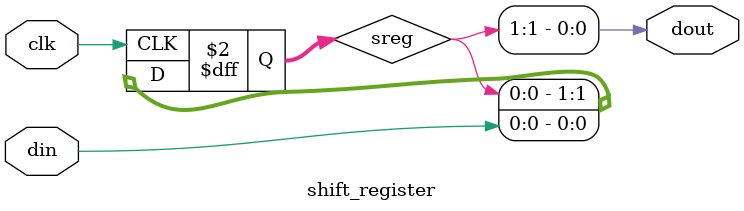
<source format=v>
/*
  Copyright (c) 2023, miya
  All rights reserved.

  Redistribution and use in source and binary forms, with or without modification, are permitted provided that the following conditions are met:

  1. Redistributions of source code must retain the above copyright notice, this list of conditions and the following disclaimer.

  2. Redistributions in binary form must reproduce the above copyright notice, this list of conditions and the following disclaimer in the documentation and/or other materials provided with the distribution.

  THIS SOFTWARE IS PROVIDED BY THE COPYRIGHT HOLDERS AND CONTRIBUTORS "AS IS" AND ANY EXPRESS OR IMPLIED WARRANTIES, INCLUDING, BUT NOT LIMITED TO, THE IMPLIED WARRANTIES OF MERCHANTABILITY AND FITNESS FOR A PARTICULAR PURPOSE ARE DISCLAIMED.
  IN NO EVENT SHALL THE COPYRIGHT OWNER OR CONTRIBUTORS BE LIABLE FOR ANY DIRECT, INDIRECT, INCIDENTAL, SPECIAL, EXEMPLARY, OR CONSEQUENTIAL DAMAGES (INCLUDING, BUT NOT LIMITED TO,
  PROCUREMENT OF SUBSTITUTE GOODS OR SERVICES; LOSS OF USE, DATA, OR PROFITS; OR BUSINESS INTERRUPTION) HOWEVER CAUSED AND ON ANY THEORY OF LIABILITY, WHETHER IN CONTRACT, STRICT LIABILITY, OR TORT (INCLUDING NEGLIGENCE OR OTHERWISE) ARISING IN ANY WAY OUT OF THE USE OF THIS SOFTWARE, EVEN IF ADVISED OF THE POSSIBILITY OF SUCH DAMAGE.
*/

/*
 parameter DELAY >= 2
 'dout' is 'DELAY' clock cycle delay of 'din'
 */

module shift_register
  #(
    parameter DELAY = 2
    )
  (
   input wire  clk,
   input wire  din,
   output wire dout
   );

  localparam TRUE = 1'b1;
  localparam FALSE = 1'b0;
  localparam ZERO = 1'd0;

  reg [DELAY-1:0] sreg;

  always @(posedge clk)
    begin
      sreg <= {sreg[DELAY-2:0], din};
    end

  assign dout = sreg[DELAY-1];

endmodule

</source>
